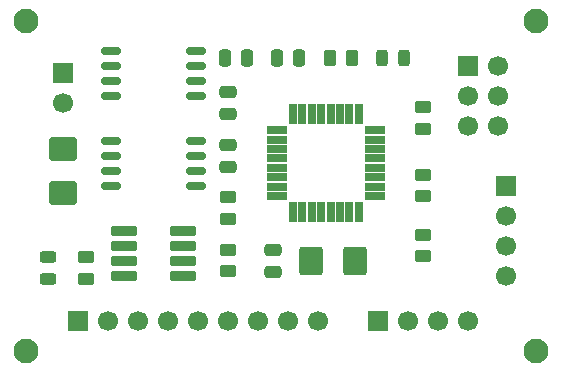
<source format=gts>
%TF.GenerationSoftware,KiCad,Pcbnew,9.0.5*%
%TF.CreationDate,2025-11-09T03:03:21+02:00*%
%TF.ProjectId,Project 4 MCU Datalogger,50726f6a-6563-4742-9034-204d43552044,1*%
%TF.SameCoordinates,Original*%
%TF.FileFunction,Soldermask,Top*%
%TF.FilePolarity,Negative*%
%FSLAX46Y46*%
G04 Gerber Fmt 4.6, Leading zero omitted, Abs format (unit mm)*
G04 Created by KiCad (PCBNEW 9.0.5) date 2025-11-09 03:03:21*
%MOMM*%
%LPD*%
G01*
G04 APERTURE LIST*
G04 Aperture macros list*
%AMRoundRect*
0 Rectangle with rounded corners*
0 $1 Rounding radius*
0 $2 $3 $4 $5 $6 $7 $8 $9 X,Y pos of 4 corners*
0 Add a 4 corners polygon primitive as box body*
4,1,4,$2,$3,$4,$5,$6,$7,$8,$9,$2,$3,0*
0 Add four circle primitives for the rounded corners*
1,1,$1+$1,$2,$3*
1,1,$1+$1,$4,$5*
1,1,$1+$1,$6,$7*
1,1,$1+$1,$8,$9*
0 Add four rect primitives between the rounded corners*
20,1,$1+$1,$2,$3,$4,$5,0*
20,1,$1+$1,$4,$5,$6,$7,0*
20,1,$1+$1,$6,$7,$8,$9,0*
20,1,$1+$1,$8,$9,$2,$3,0*%
G04 Aperture macros list end*
%ADD10RoundRect,0.250000X0.250000X0.475000X-0.250000X0.475000X-0.250000X-0.475000X0.250000X-0.475000X0*%
%ADD11RoundRect,0.250000X-0.250000X-0.475000X0.250000X-0.475000X0.250000X0.475000X-0.250000X0.475000X0*%
%ADD12R,1.700000X1.700000*%
%ADD13C,1.700000*%
%ADD14RoundRect,0.250000X-0.262500X-0.450000X0.262500X-0.450000X0.262500X0.450000X-0.262500X0.450000X0*%
%ADD15RoundRect,0.243750X-0.456250X0.243750X-0.456250X-0.243750X0.456250X-0.243750X0.456250X0.243750X0*%
%ADD16RoundRect,0.250000X-0.450000X0.262500X-0.450000X-0.262500X0.450000X-0.262500X0.450000X0.262500X0*%
%ADD17RoundRect,0.250000X0.450000X-0.262500X0.450000X0.262500X-0.450000X0.262500X-0.450000X-0.262500X0*%
%ADD18C,2.100000*%
%ADD19RoundRect,0.099250X-0.987750X-0.297750X0.987750X-0.297750X0.987750X0.297750X-0.987750X0.297750X0*%
%ADD20RoundRect,0.250000X-0.475000X0.250000X-0.475000X-0.250000X0.475000X-0.250000X0.475000X0.250000X0*%
%ADD21RoundRect,0.250000X0.950000X-0.750000X0.950000X0.750000X-0.950000X0.750000X-0.950000X-0.750000X0*%
%ADD22RoundRect,0.243750X-0.243750X-0.456250X0.243750X-0.456250X0.243750X0.456250X-0.243750X0.456250X0*%
%ADD23RoundRect,0.250000X0.475000X-0.250000X0.475000X0.250000X-0.475000X0.250000X-0.475000X-0.250000X0*%
%ADD24RoundRect,0.162500X-0.650000X-0.162500X0.650000X-0.162500X0.650000X0.162500X-0.650000X0.162500X0*%
%ADD25RoundRect,0.250000X0.750000X0.950000X-0.750000X0.950000X-0.750000X-0.950000X0.750000X-0.950000X0*%
%ADD26RoundRect,0.094250X-0.742750X-0.282750X0.742750X-0.282750X0.742750X0.282750X-0.742750X0.282750X0*%
%ADD27RoundRect,0.094250X-0.282750X-0.742750X0.282750X-0.742750X0.282750X0.742750X-0.282750X0.742750X0*%
G04 APERTURE END LIST*
D10*
%TO.C,C3*%
X120335000Y-80010000D03*
X122235000Y-80010000D03*
%TD*%
D11*
%TO.C,C4*%
X124780000Y-80010000D03*
X126680000Y-80010000D03*
%TD*%
D12*
%TO.C,J4*%
X133350000Y-102235000D03*
D13*
X135890000Y-102235000D03*
X138430000Y-102235000D03*
X140970000Y-102235000D03*
%TD*%
D12*
%TO.C,J3*%
X107950000Y-102235000D03*
D13*
X110490000Y-102235000D03*
X113030000Y-102235000D03*
X115570000Y-102235000D03*
X118110000Y-102235000D03*
X120650000Y-102235000D03*
X123190000Y-102235000D03*
X125730000Y-102235000D03*
X128270000Y-102235000D03*
%TD*%
D12*
%TO.C,J2*%
X144145000Y-90805000D03*
D13*
X144145000Y-93345000D03*
X144145000Y-95885000D03*
X144145000Y-98425000D03*
%TD*%
D14*
%TO.C,R4*%
X129262500Y-80010000D03*
X131087500Y-80010000D03*
%TD*%
D15*
%TO.C,D2*%
X105410000Y-96852500D03*
X105410000Y-98727500D03*
%TD*%
D16*
%TO.C,R6*%
X120650000Y-96242500D03*
X120650000Y-98067500D03*
%TD*%
D17*
%TO.C,R7*%
X137160000Y-96797500D03*
X137160000Y-94972500D03*
%TD*%
D12*
%TO.C,J1*%
X140970000Y-80645000D03*
D13*
X143510000Y-80645000D03*
X140970000Y-83185000D03*
X143510000Y-83185000D03*
X140970000Y-85725000D03*
X143510000Y-85725000D03*
%TD*%
D12*
%TO.C,BT1*%
X106680000Y-81280000D03*
D13*
X106680000Y-83820000D03*
%TD*%
D18*
%TO.C,H3*%
X146685000Y-104775000D03*
%TD*%
%TO.C,H4*%
X103505000Y-104775000D03*
%TD*%
D16*
%TO.C,R1*%
X108585000Y-96877500D03*
X108585000Y-98702500D03*
%TD*%
D19*
%TO.C,U3*%
X111825000Y-94615000D03*
X111825000Y-95885000D03*
X111825000Y-97155000D03*
X111825000Y-98425000D03*
X116775000Y-98425000D03*
X116775000Y-97155000D03*
X116775000Y-95885000D03*
X116775000Y-94615000D03*
%TD*%
D20*
%TO.C,C1*%
X120650000Y-82870000D03*
X120650000Y-84770000D03*
%TD*%
D21*
%TO.C,Y1*%
X106680000Y-91385000D03*
X106680000Y-87685000D03*
%TD*%
D22*
%TO.C,D1*%
X133682500Y-80010000D03*
X135557500Y-80010000D03*
%TD*%
D23*
%TO.C,C5*%
X120650000Y-89215000D03*
X120650000Y-87315000D03*
%TD*%
D24*
%TO.C,U2*%
X110712500Y-79375000D03*
X110712500Y-80645000D03*
X110712500Y-81915000D03*
X110712500Y-83185000D03*
X117887500Y-83185000D03*
X117887500Y-81915000D03*
X117887500Y-80645000D03*
X117887500Y-79375000D03*
%TD*%
D17*
%TO.C,R3*%
X137160000Y-86002500D03*
X137160000Y-84177500D03*
%TD*%
D18*
%TO.C,H2*%
X146685000Y-76835000D03*
%TD*%
D17*
%TO.C,R5*%
X120650000Y-93622500D03*
X120650000Y-91797500D03*
%TD*%
D25*
%TO.C,Y2*%
X131390000Y-97155000D03*
X127690000Y-97155000D03*
%TD*%
D17*
%TO.C,R2*%
X137160000Y-91717500D03*
X137160000Y-89892500D03*
%TD*%
D18*
%TO.C,H1*%
X103505000Y-76835000D03*
%TD*%
D23*
%TO.C,C2*%
X124460000Y-98105000D03*
X124460000Y-96205000D03*
%TD*%
D24*
%TO.C,U1*%
X110712500Y-86995000D03*
X110712500Y-88265000D03*
X110712500Y-89535000D03*
X110712500Y-90805000D03*
X117887500Y-90805000D03*
X117887500Y-89535000D03*
X117887500Y-88265000D03*
X117887500Y-86995000D03*
%TD*%
D26*
%TO.C,U4*%
X124735000Y-86100000D03*
X124735000Y-86900000D03*
X124735000Y-87700000D03*
X124735000Y-88500000D03*
X124735000Y-89300000D03*
X124735000Y-90100000D03*
X124735000Y-90900000D03*
X124735000Y-91700000D03*
D27*
X126105000Y-93070000D03*
X126905000Y-93070000D03*
X127705000Y-93070000D03*
X128505000Y-93070000D03*
X129305000Y-93070000D03*
X130105000Y-93070000D03*
X130905000Y-93070000D03*
X131705000Y-93070000D03*
D26*
X133075000Y-91700000D03*
X133075000Y-90900000D03*
X133075000Y-90100000D03*
X133075000Y-89300000D03*
X133075000Y-88500000D03*
X133075000Y-87700000D03*
X133075000Y-86900000D03*
X133075000Y-86100000D03*
D27*
X131705000Y-84730000D03*
X130905000Y-84730000D03*
X130105000Y-84730000D03*
X129305000Y-84730000D03*
X128505000Y-84730000D03*
X127705000Y-84730000D03*
X126905000Y-84730000D03*
X126105000Y-84730000D03*
%TD*%
M02*

</source>
